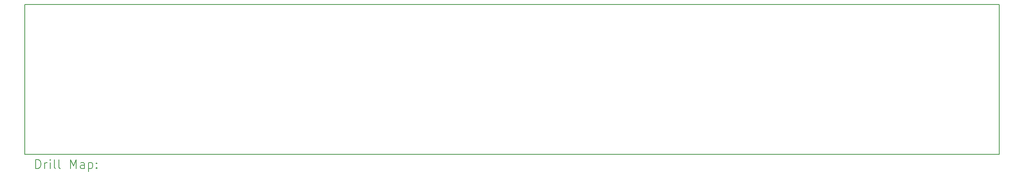
<source format=gbr>
%FSLAX45Y45*%
G04 Gerber Fmt 4.5, Leading zero omitted, Abs format (unit mm)*
G04 Created by KiCad (PCBNEW (6.0.1)) date 2022-09-12 09:43:42*
%MOMM*%
%LPD*%
G01*
G04 APERTURE LIST*
%TA.AperFunction,Profile*%
%ADD10C,0.150000*%
%TD*%
%ADD11C,0.200000*%
G04 APERTURE END LIST*
D10*
X25100000Y-5400000D02*
X3100000Y-5400000D01*
X25100000Y-5400000D02*
X25100000Y-8800000D01*
X3100000Y-8800000D02*
X25100000Y-8800000D01*
X3100000Y-5400000D02*
X3100000Y-8800000D01*
D11*
X3350119Y-9117976D02*
X3350119Y-8917976D01*
X3397738Y-8917976D01*
X3426309Y-8927500D01*
X3445357Y-8946548D01*
X3454881Y-8965595D01*
X3464405Y-9003690D01*
X3464405Y-9032262D01*
X3454881Y-9070357D01*
X3445357Y-9089405D01*
X3426309Y-9108452D01*
X3397738Y-9117976D01*
X3350119Y-9117976D01*
X3550119Y-9117976D02*
X3550119Y-8984643D01*
X3550119Y-9022738D02*
X3559643Y-9003690D01*
X3569167Y-8994167D01*
X3588214Y-8984643D01*
X3607262Y-8984643D01*
X3673928Y-9117976D02*
X3673928Y-8984643D01*
X3673928Y-8917976D02*
X3664405Y-8927500D01*
X3673928Y-8937024D01*
X3683452Y-8927500D01*
X3673928Y-8917976D01*
X3673928Y-8937024D01*
X3797738Y-9117976D02*
X3778690Y-9108452D01*
X3769167Y-9089405D01*
X3769167Y-8917976D01*
X3902500Y-9117976D02*
X3883452Y-9108452D01*
X3873928Y-9089405D01*
X3873928Y-8917976D01*
X4131071Y-9117976D02*
X4131071Y-8917976D01*
X4197738Y-9060833D01*
X4264405Y-8917976D01*
X4264405Y-9117976D01*
X4445357Y-9117976D02*
X4445357Y-9013214D01*
X4435833Y-8994167D01*
X4416786Y-8984643D01*
X4378690Y-8984643D01*
X4359643Y-8994167D01*
X4445357Y-9108452D02*
X4426310Y-9117976D01*
X4378690Y-9117976D01*
X4359643Y-9108452D01*
X4350119Y-9089405D01*
X4350119Y-9070357D01*
X4359643Y-9051310D01*
X4378690Y-9041786D01*
X4426310Y-9041786D01*
X4445357Y-9032262D01*
X4540595Y-8984643D02*
X4540595Y-9184643D01*
X4540595Y-8994167D02*
X4559643Y-8984643D01*
X4597738Y-8984643D01*
X4616786Y-8994167D01*
X4626310Y-9003690D01*
X4635833Y-9022738D01*
X4635833Y-9079881D01*
X4626310Y-9098929D01*
X4616786Y-9108452D01*
X4597738Y-9117976D01*
X4559643Y-9117976D01*
X4540595Y-9108452D01*
X4721548Y-9098929D02*
X4731071Y-9108452D01*
X4721548Y-9117976D01*
X4712024Y-9108452D01*
X4721548Y-9098929D01*
X4721548Y-9117976D01*
X4721548Y-8994167D02*
X4731071Y-9003690D01*
X4721548Y-9013214D01*
X4712024Y-9003690D01*
X4721548Y-8994167D01*
X4721548Y-9013214D01*
M02*

</source>
